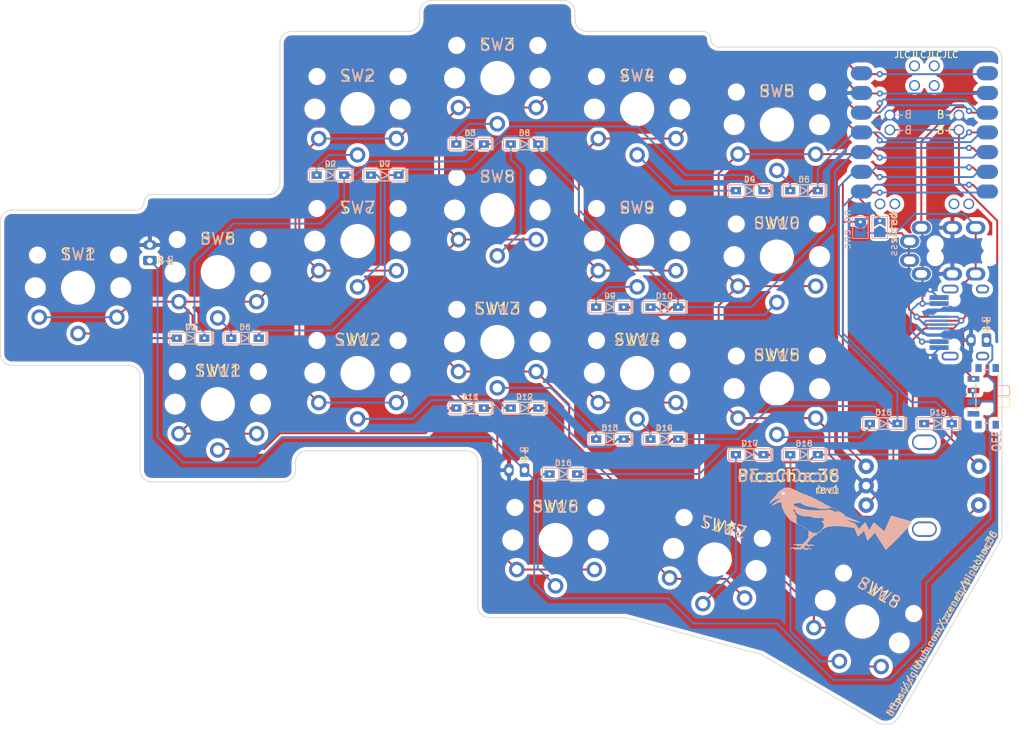
<source format=kicad_pcb>
(kicad_pcb (version 20211014) (generator pcbnew)
  (layers (0 "F.Cu" signal) (31 "B.Cu" signal) (34 "B.Paste" user) (35 "F.Paste" user) (36 "B.SilkS" user "B.Silkscreen") (37 "F.SilkS" user "F.Silkscreen") (38 "B.Mask" user) (39 "F.Mask" user) (44 "Edge.Cuts" user))
  (net 0 "")
  (net 1 "BATT")
  (net 2 "GND")
  (net 4 "RAW")
  (net 5 "row0")
  (net 6 "Net-(D1-Pad2)")
  (net 7 "Net-(D2-Pad2)")
  (net 8 "Net-(D3-Pad2)")
  (net 9 "Net-(D4-Pad2)")
  (net 10 "Net-(D5-Pad2)")
  (net 11 "row1")
  (net 12 "Net-(D6-Pad2)")
  (net 13 "Net-(D7-Pad2)")
  (net 14 "Net-(D8-Pad2)")
  (net 15 "Net-(D9-Pad2)")
  (net 16 "Net-(D10-Pad2)")
  (net 17 "row2")
  (net 18 "Net-(D11-Pad2)")
  (net 19 "Net-(D12-Pad2)")
  (net 20 "Net-(D13-Pad2)")
  (net 21 "Net-(D14-Pad2)")
  (net 22 "Net-(D15-Pad2)")
  (net 23 "row3")
  (net 24 "Net-(D16-Pad2)")
  (net 25 "Net-(D17-Pad2)")
  (net 26 "Net-(D18-Pad2)")
  (net 27 "SW_ENCA")
  (net 28 "VCC")
  (net 29 "DATA")
  (net 30 "ENCB")
  (net 31 "ENCA")
  (net 32 "SW_ENCB")
  (net 33 "col0")
  (net 34 "col1")
  (net 35 "col2")
  (net 36 "col3")
  (net 52 "PIN7")
  (footprint "picachoc:Kailh-PG1350-1u" (layer "F.Cu") (at 142.5 115 -15)
    (fp_text reference "SW17")
    (fp_text value "SW_PUSH" hide)
  )
  (footprint "picachoc:D3_SMD" (layer "F.Cu") (at 129 82.5 180)
    (fp_text reference "D9")
    (fp_text value "D_Small" hide)
  )
  (footprint "picachoc:Kailh-PG1350-1u" (layer "F.Cu") (at 150.5 93)
    (fp_text reference "SW15")
    (fp_text value "SW_PUSH" hide)
  )
  (footprint "picachoc:logo" (layer "F.Cu") (at 157.566157 109.745174)
    (fp_text reference "G***" hide)
    (fp_text value "LOGO" hide)
  )
  (footprint "picachoc:Kailh-PG1350-1u" (layer "F.Cu") (at 150.5 76)
    (fp_text reference "SW10")
    (fp_text value "SW_PUSH" hide)
  )
  (footprint "picachoc:MJ-4PP-9" (layer "F.Cu") (at 179.4 75.25 -90)
    (fp_text reference "J1")
    (fp_text value "MJ-4PP-9" hide)
  )
  (footprint "picachoc:JST_PH_S2B-PH-K_1x02_P2.00mm" (layer "F.Cu") (at 118 103.5 180)
    (fp_text reference "BATTCONN1" hide)
    (fp_text value "Conn_01x02_Female" hide)
  )
  (footprint "picachoc:Kailh-PG1350-1u" (layer "F.Cu") (at 114.5 53)
    (fp_text reference "SW3")
    (fp_text value "SW_PUSH" hide)
  )
  (footprint "picachoc:D3_SMD" (layer "F.Cu") (at 154 67.5 180)
    (fp_text reference "D5")
    (fp_text value "D_Small" hide)
  )
  (footprint "Jumper:SolderJumper-2_P1.3mm_Open_TrianglePad1.0x1.5mm" (layer "F.Cu") (at 163.75 72.25 90)
    (fp_text reference "JP3" hide)
    (fp_text value "SolderJumper_2_Open" hide)
  )
  (footprint "picachoc:Kailh-PG1350-1u" (layer "F.Cu") (at 60.5 80)
    (fp_text reference "SW1")
    (fp_text value "SW_PUSH" hide)
  )
  (footprint "picachoc:HRO-TYPE-C-31-M-12-data" (layer "F.Cu") (at 179.585 84.5 90)
    (fp_text reference "USB1")
    (fp_text value "HRO-TYPE-C-31-M-12" hide)
  )
  (footprint "picachoc:Kailh-PG1350-1u" (layer "F.Cu") (at 96.5 91)
    (fp_text reference "SW12")
    (fp_text value "SW_PUSH" hide)
  )
  (footprint "picachoc:Kailh-PG1350-1u" (layer "F.Cu") (at 96.5 57)
    (fp_text reference "SW2")
    (fp_text value "SW_PUSH" hide)
  )
  (footprint "picachoc:D3_SMD" (layer "F.Cu") (at 147 67.5 180)
    (fp_text reference "D4")
    (fp_text value "D_Small" hide)
  )
  (footprint "picachoc:D3_SMD" (layer "F.Cu") (at 154 101.5 180)
    (fp_text reference "D18")
    (fp_text value "D_Small" hide)
  )
  (footprint "picachoc:D3_SMD" (layer "F.Cu") (at 136 99.5 180)
    (fp_text reference "D14")
    (fp_text value "D_Small" hide)
  )
  (footprint "picachoc:D3_SMD" (layer "F.Cu") (at 164.25 97.5 180)
    (fp_text reference "D15")
    (fp_text value "D_Small" hide)
  )
  (footprint "picachoc:D3_SMD" (layer "F.Cu") (at 147 101.5 180)
    (fp_text reference "D17")
    (fp_text value "D_Small" hide)
  )
  (footprint "picachoc:Kailh-PG1350-1u" (layer "F.Cu") (at 132.5 91)
    (fp_text reference "SW14")
    (fp_text value "SW_PUSH" hide)
  )
  (footprint "Button_Switch_SMD:SW_SPDT_PCM12" (layer "F.Cu") (at 177.25 94 90)
    (fp_text reference "BATTSW1" hide)
    (fp_text value "SW_SPDT")
  )
  (footprint "picachoc:Kailh-PG1350-1u" (layer "F.Cu") (at 150.5 59)
    (fp_text reference "SW5")
    (fp_text value "SW_PUSH" hide)
  )
  (footprint "picachoc:D3_SMD" (layer "F.Cu") (at 123 104 180)
    (fp_text reference "D16")
    (fp_text value "D_Small" hide)
  )
  (footprint "picachoc:RotaryEncoder_EC11" (layer "F.Cu") (at 169.5 105.5)
    (fp_text reference "RE1")
    (fp_text value "RotaryEncoder_Switch")
  )
  (footprint "picachoc:Kailh-PG1350-1u" (layer "F.Cu") (at 114.5 87)
    (fp_text reference "SW13")
    (fp_text value "SW_PUSH" hide)
  )
  (footprint "picachoc:D3_SMD" (layer "F.Cu") (at 111 95.5 180)
    (fp_text reference "D11")
    (fp_text value "D_Small" hide)
  )
  (footprint "picachoc:xiao-ble-smd" (layer "F.Cu") (at 169.5 60)
    (fp_text reference "U2" hide)
    (fp_text value "xiao-ble" hide)
  )
  (footprint "picachoc:D3_SMD" (layer "F.Cu") (at 111 61.5 180)
    (fp_text reference "D3")
    (fp_text value "D_Small" hide)
  )
  (footprint "picachoc:D3_SMD" (layer "F.Cu") (at 171.25 97.5 180)
    (fp_text reference "D19")
    (fp_text value "D_Small" hide)
  )
  (footprint "picachoc:D3_SMD" (layer "F.Cu") (at 118 95.5 180)
    (fp_text reference "D12")
    (fp_text value "D_Small" hide)
  )
  (footprint "picachoc:D3_SMD" (layer "F.Cu") (at 118 61.5 180)
    (fp_text reference "D8")
    (fp_text value "D_Small" hide)
  )
  (footprint "picachoc:JST_PH_S2B-PH-K_1x02_P2.00mm" (layer "F.Cu") (at 69.75 76.5 90)
    (fp_text reference "BATTCONN2" hide)
    (fp_text value "Conn_01x02_Female" hide)
  )
  (footprint "picachoc:D3_SMD" (layer "F.Cu") (at 129 99.5 180)
    (fp_text reference "D13")
    (fp_text value "D_Small" hide)
  )
  (footprint "picachoc:Kailh-PG1350-1u" (layer "F.Cu") (at 114.5 70)
    (fp_text reference "SW8")
    (fp_text value "SW_PUSH" hide)
  )
  (footprint "picachoc:Kailh-PG1350-1u" (layer "F.Cu") (at 161.5 123 -30)
    (fp_text reference "SW18")
    (fp_text value "SW_PUSH" hide)
  )
  (footprint "picachoc:D3_SMD" (layer "F.Cu") (at 82 86.5 180)
    (fp_text reference "D6")
    (fp_text value "D_Small" hide)
  )
  (footprint "picachoc:Kailh-PG1350-1u" (layer "F.Cu") (at 132.5 57)
    (fp_text reference "SW4")
    (fp_text value "SW_PUSH" hide)
  )
  (footprint "picachoc:JST_PH_S2B-PH-K_1x02_P2.00mm" (layer "F.Cu") (at 177.5 86.75 180)
    (fp_text reference "BATTCONN3" hide)
    (fp_text value "Conn_01x02_Female" hide)
  )
  (footprint "picachoc:Kailh-PG1350-1u" (layer "F.Cu") (at 122 112.5)
    (fp_text reference "SW16")
    (fp_text value "SW_PUSH" hide)
  )
  (footprint "picachoc:D3_SMD" (layer "F.Cu") (at 75 86.5 180)
    (fp_text reference "D1")
    (fp_text value "D_Small" hide)
  )
  (footprint "picachoc:Kailh-PG1350-1u" (layer "F.Cu") (at 132.5 74)
    (fp_text reference "SW9")
    (fp_text value "SW_PUSH" hide)
  )
  (footprint "picachoc:Kailh-PG1350-1u" (layer "F.Cu") (at 78.5 95)
    (fp_text reference "SW11")
    (fp_text value "SW_PUSH" hide)
  )
  (footprint "picachoc:Kailh-PG1350-1u" (layer "F.Cu") (at 78.5 78)
    (fp_text reference "SW6")
    (fp_text value "SW_PUSH" hide)
  )
  (footprint "picachoc:D3_SMD" (layer "F.Cu") (at 100 65.5 180)
    (fp_text reference "D7")
    (fp_text value "D_Small" hide)
  )
  (footprint "picachoc:D3_SMD" (layer "F.Cu") (at 93 65.5 180)
    (fp_text reference "D2")
    (fp_text value "D_Small" hide)
  )
  (footprint "picachoc:D3_SMD" (layer "F.Cu") (at 136 82.5 180)
    (fp_text reference "D10")
    (fp_text value "D_Small" hide)
  )
  (footprint "picachoc:Kailh-PG1350-1u" (layer "F.Cu") (at 96.5 74)
    (fp_text reference "SW7")
    (fp_text value "SW_PUSH" hide)
  )
  (footprint "picachoc:HRO-TYPE-C-31-M-12-data" (layer "B.Cu") (at 179.585 84.5 -90)
    (fp_text reference "USB2")
    (fp_text value "HRO-TYPE-C-31-M-12" hide)
  )
  (footprint "Button_Switch_SMD:SW_SPDT_PCM12" (layer "B.Cu") (at 177.25 94 -90)
    (fp_text reference "BATTSW2" hide)
    (fp_text value "SW_SPDT")
  )
  (footprint "Jumper:SolderJumper-2_P1.3mm_Open_TrianglePad1.0x1.5mm" (layer "B.Cu") (at 163.75 72.25 90)
    (fp_text reference "JP2" hide)
    (fp_text value "SolderJumper_2_Open" hide)
  )
  (footprint "picachoc:logo_mirror" (layer "B.Cu") (at 157.566157 109.745174 180)
    (fp_text reference "G***" hide)
    (fp_text value "LOGO" hide)
  )
  (footprint "picachoc:xiao-ble-smd" (layer "B.Cu") (at 169.5 60 180)
    (fp_text reference "U1" hide)
    (fp_text value "xiao-ble" hide)
  )
  (footprint "Jumper:SolderJumper-2_P1.3mm_Open_TrianglePad1.0x1.5mm" (layer "B.Cu") (at 161.25 72.25 -90)
    (fp_text reference "JP1" hide)
    (fp_text value "SolderJumper_2_Open" hide)
  )
  (gr_line (start 86.5 48.5) (end 86.5 66.5) (layer "Edge.Cuts") (width 0.1))
  (gr_line (start 85 68) (end 70 68) (layer "Edge.Cuts") (width 0.1))
  (gr_arc (start 110.5 101) (mid 111.56066 101.43934) (end 112 102.5) (layer "Edge.Cuts") (width 0.1))
  (gr_arc (start 141 47) (mid 141.707107 47.292893) (end 142 48) (layer "Edge.Cuts") (width 0.1))
  (gr_arc (start 143 49) (mid 142.292893 48.707107) (end 142 48) (layer "Edge.Cuts") (width 0.1))
  (gr_arc (start 123 43) (mid 124.06066 43.43934) (end 124.5 44.5) (layer "Edge.Cuts") (width 0.1))
  (gr_line (start 124.5 44.5) (end 124.5 45.5) (layer "Edge.Cuts") (width 0.1))
  (gr_arc (start 70 105) (mid 68.93934 104.56066) (end 68.5 103.5) (layer "Edge.Cuts") (width 0.1))
  (gr_line (start 50.5 71.5) (end 50.5 88.5) (layer "Edge.Cuts") (width 0.1))
  (gr_line (start 52 90) (end 67 90) (layer "Edge.Cuts") (width 0.1))
  (gr_arc (start 178 49) (mid 179.06066 49.43934) (end 179.5 50.5) (layer "Edge.Cuts") (width 0.1))
  (gr_arc (start 50.5 71.5) (mid 50.93934 70.43934) (end 52 70) (layer "Edge.Cuts") (width 0.1))
  (gr_arc (start 126 47) (mid 124.93934 46.56066) (end 124.5 45.5) (layer "Edge.Cuts") (width 0.1))
  (gr_line (start 86 105) (end 87 105) (layer "Edge.Cuts") (width 0.1))
  (gr_arc (start 86.5 66.5) (mid 86.06066 67.56066) (end 85 68) (layer "Edge.Cuts") (width 0.1))
  (gr_line (start 106 43) (end 123 43) (layer "Edge.Cuts") (width 0.1))
  (gr_arc (start 113.5 122.5) (mid 112.43934 122.06066) (end 112 121) (layer "Edge.Cuts") (width 0.1))
  (gr_arc (start 69 69) (mid 68.707107 69.707107) (end 68 70) (layer "Edge.Cuts") (width 0.1))
  (gr_line (start 88.5 102.5) (end 88.5 103.5) (layer "Edge.Cuts") (width 0.1))
  (gr_arc (start 104.5 44.5) (mid 104.93934 43.43934) (end 106 43) (layer "Edge.Cuts") (width 0.1))
  (gr_line (start 143 49) (end 178 49) (layer "Edge.Cuts") (width 0.1))
  (gr_arc (start 67 90) (mid 68.06066 90.43934) (end 68.5 91.5) (layer "Edge.Cuts") (width 0.1))
  (gr_line (start 131 122.5) (end 148.5 127.25) (layer "Edge.Cuts") (width 0.1))
  (gr_arc (start 69 69) (mid 69.292893 68.292893) (end 70 68) (layer "Edge.Cuts") (width 0.1))
  (gr_line (start 104.5 44.5) (end 104.5 45.5) (layer "Edge.Cuts") (width 0.1))
  (gr_line (start 179.5 50.5) (end 179.5 112.25) (layer "Edge.Cuts") (width 0.1))
  (gr_arc (start 88.5 102.5) (mid 88.93934 101.43934) (end 90 101) (layer "Edge.Cuts") (width 0.1))
  (gr_line (start 113.5 122.5) (end 131 122.5) (layer "Edge.Cuts") (width 0.1))
  (gr_arc (start 52 90) (mid 50.93934 89.56066) (end 50.5 88.5) (layer "Edge.Cuts") (width 0.1))
  (gr_arc (start 86.5 48.5) (mid 86.93934 47.43934) (end 88 47) (layer "Edge.Cuts") (width 0.1))
  (gr_line (start 112 121) (end 112 102.5) (layer "Edge.Cuts") (width 0.1))
  (gr_line (start 70 105) (end 86 105) (layer "Edge.Cuts") (width 0.1))
  (gr_line (start 52 70) (end 68 70) (layer "Edge.Cuts") (width 0.1))
  (gr_arc (start 104.5 45.5) (mid 104.06066 46.56066) (end 103 47) (layer "Edge.Cuts") (width 0.1))
  (gr_line (start 148.5 127.25) (end 163.5 136) (layer "Edge.Cuts") (width 0.1))
  (gr_line (start 103 47) (end 88 47) (layer "Edge.Cuts") (width 0.1))
  (gr_arc (start 88.5 103.5) (mid 88.06066 104.56066) (end 87 105) (layer "Edge.Cuts") (width 0.1))
  (gr_arc (start 166.25 135.25) (mid 165.03033 136.194544) (end 163.5 136) (layer "Edge.Cuts") (width 0.1))
  (gr_line (start 126 47) (end 141 47) (layer "Edge.Cuts") (width 0.1))
  (gr_line (start 90 101) (end 110.5 101) (layer "Edge.Cuts") (width 0.1))
  (gr_line (start 68.5 91.5) (end 68.5 103.5) (layer "Edge.Cuts") (width 0.1))
  (gr_line (start 166.25 135.25) (end 179.5 112.25) (layer "Edge.Cuts") (width 0.1))
  (gr_text "OFF" (at 178.75 99.75 -90) (layer "B.SilkS") (effects (font (size 1 1)) (justify mirror)))
  (gr_text "https://github.com/zzeneg/picachoc36" (at 171.75 123.25 60) (layer "B.SilkS") (effects (font (size 0.9 0.9)) (justify mirror)))
  (gr_text "no enc" (at 159.5 72.5 90) (layer "B.SilkS") (effects (font (size 1 1)) (justify mirror)))
  (gr_text "PicaChoc36" (at 152 104.222674) (layer "B.SilkS") (effects (font (size 1.5 1.5) (thickness 0.25)) (justify mirror)))
  (gr_text "wireless" (at 165.5 73 90) (layer "B.SilkS") (effects (font (size 1 1)) (justify mirror)))
  (gr_text "rev1" (at 157 106) (layer "B.SilkS") (effects (font (size 1 1)) (justify mirror)))
  (gr_text "rev1" (at 157 106) (layer "F.SilkS") (effects (font (size 1 1))))
  (gr_text "https://github.com/zzeneg/picachoc36" (at 171.75 123.25 60) (layer "F.SilkS") (effects (font (size 0.9 0.9))))
  (gr_text "JLCJLCJLCJLC" (at 169.75 50) (layer "F.SilkS") (effects (font (size 0.8 0.8))))
  (gr_text "OFF" (at 178.75 99.75 90) (layer "F.SilkS") (effects (font (size 1 1))))
  (gr_text "wired" (at 165.5 72.25 90) (layer "F.SilkS") (effects (font (size 1 1))))
  (gr_text "PicaChoc36" (at 152 104.245174) (layer "F.SilkS") (effects (font (size 1.5 1.5) (thickness 0.25))))
  (segment (start 175.82 93.25) (end 175.75 93.25) (width 0.25) (layer "F.Cu") (net 1))
  (via (at 175.75 93.25) (size 0.8) (drill 0.4) (layers "F.Cu" "B.Cu") (net 1))
  (segment (start 178.25 87.5) (end 177.5 86.75) (width 0.25) (layer "B.Cu") (net 1))
  (segment (start 177.5 98.2375) (end 177.5 97) (width 0.25) (layer "B.Cu") (net 1))
  (segment (start 157.75 130.5) (end 165 130.5) (width 0.25) (layer "B.Cu") (net 1))
  (segment (start 118 103.5) (end 119.25 104.75) (width 0.25) (layer "B.Cu") (net 1))
  (segment (start 178.424999 94.674999) (end 175.895001 94.674999) (width 0.25) (layer "B.Cu") (net 1))
  (segment (start 178 109.75) (end 178 98.7375) (width 0.25) (layer "B.Cu") (net 1))
  (segment (start 86.75 99.25) (end 113.75 99.25) (width 0.25) (layer "B.Cu") (net 1))
  (segment (start 139.75 123.25) (end 150.5 123.25) (width 0.25) (layer "B.Cu") (net 1))
  (segment (start 169.75 125.75) (end 169.75 118) (width 0.25) (layer "B.Cu") (net 1))
  (segment (start 113.75 99.25) (end 118 103.5) (width 0.25) (layer "B.Cu") (net 1))
  (segment (start 119.25 104.75) (end 119.25 118) (width 0.25) (layer "B.Cu") (net 1))
  (segment (start 177.75 91.5) (end 177.75 89.73) (width 0.25) (layer "B.Cu") (net 1))
  (segment (start 74 102.5) (end 83.5 102.5) (width 0.25) (layer "B.Cu") (net 1))
  (segment (start 70.75 77.5) (end 70.75 99.25) (width 0.25) (layer "B.Cu") (net 1))
  (segment (start 178.25 89.23) (end 178.25 87.5) (width 0.25) (layer "B.Cu") (net 1))
  (segment (start 177.5 97) (end 178.5 96) (width 0.25) (layer "B.Cu") (net 1))
  (segment (start 178 98.7375) (end 177.5 98.2375) (width 0.25) (layer "B.Cu") (net 1))
  (segment (start 136.5 120) (end 139.75 123.25) (width 0.25) (layer "B.Cu") (net 1))
  (segment (start 178.5 94.75) (end 178.424999 94.674999) (width 0.25) (layer "B.Cu") (net 1))
  (segment (start 150.5 123.25) (end 157.75 130.5) (width 0.25) (layer "B.Cu") (net 1))
  (segment (start 165 130.5) (end 169.75 125.75) (width 0.25) (layer "B.Cu") (net 1))
  (segment (start 175.75 94.68) (end 175.82 94.75) (width 0.25) (layer "B.Cu") (net 1))
  (segment (start 178.5 96) (end 178.5 92.25) (width 0.25) (layer "B.Cu") (net 1))
  (segment (start 175.75 93.25) (end 175.75 94.68) (width 0.25) (layer "B.Cu") (net 1))
  (segment (start 70.75 99.25) (end 74 102.5) (width 0.25) (layer "B.Cu") (net 1))
  (segment (start 175.895001 94.674999) (end 175.82 94.75) (width 0.25) (layer "B.Cu") (net 1))
  (segment (start 169.75 118) (end 178 109.75) (width 0.25) (layer "B.Cu") (net 1))
  (segment (start 177.75 89.73) (end 178.25 89.23) (width 0.25) (layer "B.Cu") (net 1))
  (segment (start 119.25 118) (end 121.25 120) (width 0.25) (layer "B.Cu") (net 1))
  (segment (start 121.25 120) (end 136.5 120) (width 0.25) (layer "B.Cu") (net 1))
  (segment (start 69.75 76.5) (end 70.75 77.5) (width 0.25) (layer "B.Cu") (net 1))
  (segment (start 83.5 102.5) (end 86.75 99.25) (width 0.25) (layer "B.Cu") (net 1))
  (segment (start 178.5 92.25) (end 177.75 91.5) (width 0.25) (layer "B.Cu") (net 1))
  (segment (start 171.39 87.86) (end 170.25 89) (width 0.25) (layer "F.Cu") (net 2))
  (segment (start 171.39 81.275) (end 171.275 81.275) (width 0.25) (layer "F.Cu") (net 2))
  (segment (start 171.39 87.725) (end 171.39 87.86) (width 0.25) (layer "F.Cu") (net 2))
  (segment (start 171.275 81.275) (end 170.25 80.25) (width 0.25) (layer "F.Cu") (net 2))
  (via (at 151.316157 106.5) (size 0.8) (drill 0.4) (layers "F.Cu" "B.Cu") (net 2))
  (via (at 170.25 89) (size 0.8) (drill 0.4) (layers "F.Cu" "B.Cu") (net 2))
  (via (at 170.25 80.25) (size 0.8) (drill 0.4) (layers "F.Cu" "B.Cu") (net 2))
  (segment (start 171.39 81.275) (end 171.275 81.275) (width 0.25) (layer "B.Cu") (net 2))
  (segment (start 171.39 87.86) (end 170.25 89) (width 0.25) (layer "B.Cu") (net 2))
  (segment (start 171.275 81.275) (end 170.25 80.25) (width 0.25) (layer "B.Cu") (net 2))
  (segment (start 171.39 87.725) (end 171.39 87.86) (width 0.25) (layer "B.Cu") (net 2))
  (segment (start 178.875001 81.124999) (end 178.875001 71.375001) (width 0.25) (layer "F.Cu") (net 4))
  (segment (start 174.5 85.5) (end 178.875001 81.124999) (width 0.25) (layer "F.Cu") (net 4))
  (segment (start 174.949695 67.475) (end 173.945 66.470305) (width 0.25) (layer "F.Cu") (net 4))
  (segment (start 174.975 67.475) (end 174.949695 67.475) (width 0.25) (layer "F.Cu") (net 4))
  (segment (start 173.945 66.470305) (end 173.945 59.683) (width 0.25) (layer "F.Cu") (net 4))
  (segment (start 175.82 91.75) (end 174.5 90.43) (width 0.25) (layer "F.Cu") (net 4))
  (segment (start 174.5 90.43) (end 174.5 85.5) (width 0.25) (layer "F.Cu") (net 4))
  (segment (start 178.875001 71.375001) (end 174.975 67.475) (width 0.25) (layer "F.Cu") (net 4))
  (via (at 175.82 91.75) (size 0.8) (drill 0.4) (layers "F.Cu" "B.Cu") (net 4))
  (segment (start 165.055 59.683) (end 173.945 59.683) (width 0.25) (layer "B.Cu") (net 4))
  (segment (start 175.25 60) (end 178.06996 60) (width 0.25) (layer "F.Cu") (net 5))
  (segment (start 155 67.5) (end 155.775 67.5) (width 0.25) (layer "F.Cu") (net 5))
  (segment (start 154 68.5) (end 155 67.5) (width 0.25) (layer "F.Cu") (net 5))
  (segment (start 148.775 67.5) (end 149.5 67.5) (width 0.25) (layer "F.Cu") (net 5))
  (segment (start 150.5 68.5) (end 154 68.5) (width 0.25) (layer "F.Cu") (net 5))
  (segment (start 149.5 67.5) (end 150.5 68.5) (width 0.25) (layer "F.Cu") (net 5))
  (via (at 94.775 65.5) (size 0.8) (drill 0.4) (layers "F.Cu" "B.Cu") (net 5))
  (via (at 155.775 67.5) (size 0.8) (drill 0.4) (layers "F.Cu" "B.Cu") (net 5))
  (via (at 148.775 67.5) (size 0.8) (drill 0.4) (layers "F.Cu" "B.Cu") (net 5))
  (via (at 76.775 86.5) (size 0.8) (drill 0.4) (layers "F.Cu" "B.Cu") (net 5))
  (via (at 175.25 60) (size 0.8) (drill 0.4) (layers "F.Cu" "B.Cu") (net 5))
  (via (at 112.775 61.5) (size 0.8) (drill 0.4) (layers "F.Cu" "B.Cu") (net 5))
  (segment (start 146.775 65.5) (end 148.775 67.5) (width 0.25) (layer "B.Cu") (net 5))
  (segment (start 94.775 65.5) (end 96.25 65.5) (width 0.25) (layer "B.Cu") (net 5))
  (segment (start 132.5 59.25) (end 138.75 65.5) (width 0.25) (layer "B.Cu") (net 5))
  (segment (start 98 63.75) (end 110.525 63.75) (width 0.25) (layer "B.Cu") (net 5))
  (segment (start 75.5 76.75) (end 75.5 84.5) (width 0.25) (layer "B.Cu") (net 5))
  (segment (start 112.775 61.5) (end 113.863604 61.5) (width 0.25) (layer "B.Cu") (net 5))
  (segment (start 110.525 63.75) (end 112.775 61.5) (width 0.25) (layer "B.Cu") (net 5))
  (segment (start 155.775 64.69002) (end 160.46502 60) (width 0.25) (layer "B.Cu") (net 5))
  (segment (start 138.75 65.5) (end 146.775 65.5) (width 0.25) (layer "B.Cu") (net 5))
  (segment (start 96.25 65.5) (end 98 63.75) (width 0.25) (layer "B.Cu") (net 5))
  (segment (start 155.775 67.5) (end 155.775 64.69002) (width 0.25) (layer "B.Cu") (net 5))
  (segment (start 174.5 60.75) (end 164.5 60.75) (width 0.25) (layer "B.Cu") (net 5))
  (segment (start 76.775 85.775) (end 76.775 86.5) (width 0.25) (layer "B.Cu") (net 5))
  (segment (start 113.863604 61.5) (end 116.113604 59.25) (width 0.25) (layer "B.Cu") (net 5))
  (segment (start 116.113604 59.25) (end 132.5 59.25) (width 0.25) (layer "B.Cu") (net 5))
  (segment (start 175.25 60) (end 174.5 60.75) (width 0.25) (layer "B.Cu") (net 5))
  (segment (start 160.46502 60) (end 160.93004 60) (width 0.25) (layer "B.Cu") (net 5))
  (segment (start 94.775 65.5) (end 94.775 68.725) (width 0.25) (layer "B.Cu") (net 5))
  (segment (start 80.5 71.75) (end 75.5 76.75) (width 0.25) (layer "B.Cu") (net 5))
  (segment (start 164.5 60.75) (end 163.75 60) (width 0.25) (layer "B.Cu") (net 5))
  (segment (start 91.75 71.75) (end 80.5 71.75) (width 0.25) (layer "B.Cu") (net 5))
  (segment (start 163.75 60) (end 160.93004 60) (width 0.25) (layer "B.Cu") (net 5))
  (segment (start 75.5 84.5) (end 76.775 85.775) (width 0.25) (layer "B.Cu") (net 5))
  (segment (start 94.775 68.725) (end 91.75 71.75) (width 0.25) (layer "B.Cu") (net 5))
  (segment (start 73.225 86.5) (end 63.75 86.5) (width 0.25) (layer "F.Cu") (net 6))
  (segment (start 63.75 86.5) (end 63.15 85.9) (width 0.25) (layer "F.Cu") (net 6))
  (segment (start 63.15 85.9) (end 60.5 85.9) (width 0.25) (layer "F.Cu") (net 6))
  (via (at 73.225 86.5) (size 0.8) (drill 0.4) (layers "F.Cu" "B.Cu") (net 6))
  (via (at 91.225 65.5) (size 0.8) (drill 0.4) (layers "F.Cu" "B.Cu") (net 7))
  (segment (start 91.225 65.5) (end 91.225 64.525) (width 0.25) (layer "B.Cu") (net 7))
  (segment (start 91.225 64.525) (end 92.85 62.9) (width 0.25) (layer "B.Cu") (net 7))
  (segment (start 92.85 62.9) (end 96.5 62.9) (width 0.25) (layer "B.Cu") (net 7))
  (via (at 109.225 61.5) (size 0.8) (drill 0.4) (layers "F.Cu" "B.Cu") (net 8))
  (segment (start 109.225 61.5) (end 109.225 60.5125) (width 0.25) (layer "B.Cu") (net 8))
  (segment (start 110.8375 58.9) (end 114.5 58.9) (width 0.25) (layer "B.Cu") (net 8))
  (segment (start 109.225 60.5125) (end 110.8375 58.9) (width 0.25) (layer "B.Cu") (net 8))
  (via (at 145.225 67.5) (size 0.8) (drill 0.4) (layers "F.Cu" "B.Cu") (net 9))
  (segment (start 137.1 67.5) (end 145.225 67.5) (width 0.25) (layer "B.Cu") (net 9))
  (segment (start 132.5 62.9) (end 137.1 67.5) (width 0.25) (layer "B.Cu") (net 9))
  (via (at 152.225 67.5) (size 0.8) (drill 0.4) (layers "F.Cu" "B.Cu") (net 10))
  (segment (start 150.5 64.9) (end 152.225 66.625) (width 0.25) (layer "B.Cu") (net 10))
  (segment (start 152.225 66.625) (end 152.225 67.5) (width 0.25) (layer "B.Cu") (net 10))
  (segment (start 175.25 62) (end 175.75 62) (width 0.25) (layer "F.Cu") (net 11))
  (segment (start 137 82.5) (end 137.775 82.5) (width 0.25) (layer "F.Cu") (net 11))
  (segment (start 176.29 62.54) (end 178.06996 62.54) (width 0.25) (layer "F.Cu") (net 11))
  (segment (start 132.5 83.5) (end 136 83.5) (width 0.25) (layer "F.Cu") (net 11))
  (segment (start 175.75 62) (end 176.29 62.54) (width 0.25) (layer "F.Cu") (net 11))
  (segment (start 130.775 82.5) (end 131.5 82.5) (width 0.25) (layer "F.Cu") (net 11))
  (segment (start 131.5 82.5) (end 132.5 83.5) (width 0.25) (layer "F.Cu") (net 11))
  (segment (start 136 83.5) (end 137 82.5) (width 0.25) (layer "F.Cu") (net 11))
  (via (at 101.775 65.5) (size 0.8) (drill 0.4) (layers "F.Cu" "B.Cu") (net 11))
  (via (at 137.775 82.5) (size 0.8) (drill 0.4) (layers "F.Cu" "B.Cu") (net 11))
  (via (at 175.25 62) (size 0.8) (drill 0.4) (layers "F.Cu" "B.Cu") (net 11))
  (via (at 130.775 82.5) (size 0.8) (drill 0.4) (layers "F.Cu" "B.Cu") (net 11))
  (via (at 83.775 86.5) (size 0.8) (drill 0.4) (layers "F.Cu" "B.Cu") (net 11))
  (via (at 119.775 61.5) (size 0.8) (drill 0.4) (layers "F.Cu" "B.Cu") (net 11))
  (segment (start 84.25 85.5) (end 83.775 85.975) (width 0.25) (layer "B.Cu") (net 11))
  (segment (start 160.46 62.54) (end 160.93004 62.54) (width 0.25) (layer "B.Cu") (net 11))
  (segment (start 101.775 65.5) (end 102.525 64.75) (width 0.25) (layer "B.Cu") (net 11))
  (segment (start 100.5 65.5) (end 100 66) (width 0.25) (layer "B.Cu") (net 11))
  (segment (start 100 78.75) (end 93.25 85.5) (width 0.25) (layer "B.Cu") (net 11))
  (segment (start 137.775 81.525) (end 134 77.75) (width 0.25) (layer "B.Cu") (net 11))
  (segment (start 118.775 60.5) (end 119.775 61.5) (width 0.25) (layer "B.Cu") (net 11))
  (segment (start 102.525 64.75) (end 111.25 64.75) (width 0.25) (layer "B.Cu") (net 11))
  (segment (start 132.75 77.75) (end 125 70) (width 0.25) (layer "B.Cu") (net 11))
  (segment (start 125 67.5) (end 119.775 62.275) (width 0.25) (layer "B.Cu") (net 11))
  (segment (start 93.25 85.5) (end 84.25 85.5) (width 0.25) (layer "B.Cu") (net 11))
  (segment (start 100 66) (end 100 78.75) (width 0.25) (layer "B.Cu") (net 11))
  (segment (start 158 71.75) (end 158 65) (width 0.25) (layer "B.Cu") (net 11))
  (segment (start 125 70) (end 125 67.5) (width 0.25) (layer "B.Cu") (net 11))
  (segment (start 115.5 60.5) (end 118.775 60.5) (width 0.25) (layer "B.Cu") (net 11))
  (segment (start 158 65) (end 160.46 62.54) (width 0.25) (layer "B.Cu") (net 11))
  (segment (start 137.775 82.5) (end 147.25 82.5) (width 0.25) (layer "B.Cu") (net 11))
  (segment (start 162.71 62.54) (end 160.93004 62.54) (width 0.25) (layer "B.Cu") (net 11))
  (segment (start 101.775 65.5) (end 100.5 65.5) (width 0.25) (layer "B.Cu") (net 11))
  (segment (start 175.25 62) (end 163.25 62) (width 0.25) (layer "B.Cu") (net 11))
  (segment (start 147.25 82.5) (end 158 71.75) (width 0.25) (layer "B.Cu") (net 11))
  (segment (start 163.25 62) (end 162.71 62.54) (width 0.25) (layer "B.Cu") (net 11))
  (segment (start 111.25 64.75) (end 115.5 60.5) (width 0.25) (layer "B.Cu") (net 11))
  (segment (start 137.775 82.5) (end 137.775 81.525) (width 0.25) (layer "B.Cu") (net 11))
  (segment (start 119.775 62.275) (end 119.775 61.5) (width 0.25) (layer "B.Cu") (net 11))
  (segment (start 83.775 85.975) (end 83.775 86.5) (width 0.25) (layer "B.Cu") (net 11))
  (segment (start 134 77.75) (end 132.75 77.75) (width 0.25) (layer "B.Cu") (net 11))
  (via (at 80.225 86.5) (size 0.8) (drill 0.4) (layers "F.Cu" "B.Cu") (net 12))
  (segment (start 78.5 83.9) (end 80.225 85.625) (width 0.25) (layer "B.Cu") (net 12))
  (segment (start 80.225 85.625) (end 80.225 86.5) (width 0.25) (layer "B.Cu") (net 12))
  (via (at 98.225 65.5) (size 0.8) (drill 0.4) (layers "F.Cu" "B.Cu") (net 13))
  (segment (start 99.5 66) (end 99.5 76.9) (width 0.25) (layer "B.Cu") (net 13))
  (segment (start 99 65.5) (end 99.5 66) (width 0.25) (layer "B.Cu") (net 13))
  (segment (start 98.225 65.5) (end 99 65.5) (width 0.25) (layer "B.Cu") (net 13))
  (segment (start 99.5 76.9) (end 96.5 79.9) (width 0.25) (layer "B.Cu") (net 13))
  (via (at 116.225 61.5) (size 0.8) (drill 0.4) (layers "F.Cu" "B.Cu") (net 14))
  (segment (start 116.225 61.5) (end 116.225 63.475) (width 0.25) (layer "B.Cu") (net 14))
  (segment (start 117.5 72.9) (end 114.5 75.9) (width 0.25) (layer "B.Cu") (net 14))
  (segment (start 116.225 63.475) (end 117.5 64.75) (width 0.25) (layer "B.Cu") (net 14))
  (segment (start 117.5 64.75) (end 117.5 72.9) (width 0.25) (layer "B.Cu") (net 14))
  (via (at 127.225 82.5) (size 0.8) (drill 0.4) (layers "F.Cu" "B.Cu") (net 15))
  (segment (start 127.225 82.5) (end 127.225 81.525) (width 0.25) (layer "B.Cu") (net 15))
  (segment (start 127.225 81.525) (end 128.85 79.9) (width 0.25) (layer "B.Cu") (net 15))
  (segment (start 128.85 79.9) (end 132.5 79.9) (width 0.25) (layer "B.Cu") (net 15))
  (via (at 134.225 82.5) (size 0.8) (drill 0.4) (layers "F.Cu" "B.Cu") (net 16))
  (segment (start 134.225 82.5) (end 135 82.5) (width 0.25) (layer "B.Cu") (net 16))
  (segment (start 136 83.5) (end 148.9 83.5) (width 0.25) (layer "B.Cu") (net 16))
  (segment (start 135 82.5) (end 136 83.5) (width 0.25) (layer "B.Cu") (net 16))
  (segment (start 148.9 83.5) (end 150.5 81.9) (width 0.25) (layer "B.Cu") (net 16))
  (segment (start 130.775 99.5) (end 131.5 99.5) (width 0.25) (layer "F.Cu") (net 17))
  (segment (start 131.5 99.5) (end 132.5 100.5) (width 0.25) (layer "F.Cu") (net 17))
  (segment (start 175.75 64.5) (end 176.33 65.08) (width 0.25) (layer "F.Cu") (net 17))
  (segment (start 114.75 96.5) (end 113.75 95.5) (width 0.25) (layer "F.Cu") (net 17))
  (segment (start 118 96.5) (end 114.75 96.5) (width 0.25) (layer "F.Cu") (net 17))
  (segment (start 176.33 65.08) (end 178.06996 65.08) (width 0.25) (layer "F.Cu") (net 17))
  (segment (start 137 99.5) (end 137.775 99.5) (width 0.25) (layer "F.Cu") (net 17))
  (segment (start 175.25 64.5) (end 175.75 64.5) (width 0.25) (layer "F.Cu") (net 17))
  (segment (start 113.75 95.5) (end 112.775 95.5) (width 0.25) (layer "F.Cu") (net 17))
  (segment (start 119.775 95.5) (end 119 95.5) (width 0.25) (layer "F.Cu") (net 17))
  (segment (start 119 95.5) (end 118 96.5) (width 0.25) (layer "F.Cu") (net 17))
  (segment (start 132.5 100.5) (end 136 100.5) (width 0.25) (layer "F.Cu") (net 17))
  (segment (start 136 100.5) (end 137 99.5) (width 0.25) (layer "F.Cu") (net 17))
  (via (at 112.775 95.5) (size 0.8) (drill 0.4) (layers "F.Cu" "B.Cu") (net 17))
  (via (at 166.025 97.5) (size 0.8) (drill 0.4) (layers "F.Cu" "B.Cu") (net 17))
  (via (at 137.775 99.5) (size 0.8) (drill 0.4) (layers "F.Cu" "B.Cu") (net 17))
  (via (at 175.25 64.5) (size 0.8) (drill 0.4) (layers "F.Cu" "B.Cu") (net 17))
  (via (at 119.775 95.5) (size 0.8) (drill 0.4) (layers "F.Cu" "B.Cu") (net 17))
  (via (at 130.775 99.5) (size 0.8) (drill 0.4) (layers "F.Cu" "B.Cu") (net 17))
  (segment (start 158.5 86) (end 158.5 67) (width 0.25) (layer "B.Cu") (net 17))
  (segment (start 158.5 67) (end 160.42 65.08) (width 0.25) (layer "B.Cu") (net 17))
  (segment (start 129 100.5) (end 130 99.5) (width 0.25) (layer "B.Cu") (net 17))
  (segment (start 163.25 64.5) (end 162.67 65.08) (width 0.25) (layer "B.Cu") (net 17))
  (segment (start 163 95.25) (end 149.75 95.25) (width 0.25) (layer "B.Cu") (net 17))
  (segment (start 149.75 95.25) (end 145.5 99.5) (width 0.25) (layer "B.Cu") (net 17))
  (segment (start 165.25 97.5) (end 163 95.25) (width 0.25) (layer "B.Cu") (net 17))
  (segment (start 125.75 100.5) (end 129 100.5) (width 0.25) (layer "B.Cu") (net 17))
  (segment (start 162.67 65.08) (end 160.93004 65.08) (width 0.25) (layer "B.Cu") (net 17))
  (segment (start 166.025 93.525) (end 158.5 86) (width 0.25) (layer "B.Cu") (net 17))
  (segment (start 120.75 95.5) (end 125.75 100.5) (width 0.25) (layer "B.Cu") (net 17))
  (segment (start 160.42 65.08) (end 160.93004 65.08) (width 0.25) (layer "B.Cu") (net 17))
  (segment (start 166.025 97.5) (end 165.25 97.5) (width 0.25) (layer "B.Cu") (net 17))
  (segment (start 119.775 95.5) (end 120.75 95.5) (width 0.25) (layer "B.Cu") (net 17))
  (segment (start 145.5 99.5) (end 137.775 99.5) (width 0.25) (layer "B.Cu") (net 17))
  (segment (start 166.025 97.5) (end 166.025 93.525) (width 0.25) (layer "B.Cu") (net 17))
  (segment (start 130 99.5) (end 130.775 99.5) (width 0.25) (layer "B.Cu") (net 17))
  (segment (start 175.25 64.5) (end 163.25 64.5) (width 0.25) (layer "B.Cu") (net 17))
  (segment (start 84.5 100.75) (end 86.5 98.75) (width 0.25) (layer "F.Cu") (net 18))
  (segment (start 108.5 95.5) (end 109.225 95.5) (width 0.25) (layer "F.Cu") (net 18))
  (segment (start 78.5 100.9) (end 78.65 100.75) (width 0.25) (layer "F.Cu") (net 18))
  (segment (start 86.5 98.75) (end 105.25 98.75) (width 0.25) (layer "F.Cu") (net 18))
  (segment (start 105.25 98.75) (end 108.5 95.5) (width 0.25) (layer "F.Cu") (net 18))
  (segment (start 78.65 100.75) (end 84.5 100.75) (width 0.25) (layer "F.Cu") (net 18))
  (via (at 109.225 95.5) (size 0.8) (drill 0.4) (layers "F.Cu" "B.Cu") (net 18))
  (via (at 116.225 95.5) (size 0.8) (drill 0.4) (layers "F.Cu" "B.Cu") (net 19))
  (segment (start 106 94.5) (end 103.6 96.9) (width 0.25) (layer "B.Cu") (net 19))
  (segment (start 116.225 95.5) (end 115.5 95.5) (width 0.25) (layer "B.Cu") (net 19))
  (segment (start 103.6 96.9) (end 96.5 96.9) (width 0.25) (layer "B.Cu") (net 19))
  (segment (start 115.5 95.5) (end 114.5 94.5) (width 0.25) (layer "B.Cu") (net 19))
  (segment (start 114.5 94.5) (end 106 94.5) (width 0.25) (layer "B.Cu") (net 19))
  (via (at 127.225 99.5) (size 0.8) (drill 0.4) (layers "F.Cu" "B.Cu") (net 20))
  (segment (start 121.4 92.9) (end 127.225 98.725) (width 0.25) (layer "B.Cu") (net 20))
  (segment (start 127.225 98.725) (end 127.225 99.5) (width 0.25) (layer "B.Cu") (net 20))
  (segment (start 114.5 92.9) (end 121.4 92.9) (width 0.25) (layer "B.Cu") (net 20))
  (via (at 134.225 99.5) (size 0.8) (drill 0.4) (layers "F.Cu" "B.Cu") (net 21))
  (segment (start 134.225 99.5) (end 134.225 98.625) (width 0.25) (layer "B.Cu") (net 21))
  (segment (start 134.225 98.625) (end 132.5 96.9) (width 0.25) (layer "B.Cu") (net 21))
  (via (at 162.475 97.5) (size 0.8) (drill 0.4) (layers "F.Cu" "B.Cu") (net 22))
  (segment (start 161.25 99.25) (end 150.85 99.25) (width 0.25) (layer "B.Cu") (net 22))
  (segment (start 150.85 99.25) (end 150.5 98.9) (width 0.25) (layer "B.Cu") (net 22))
  (segment (start 162.475 97.5) (end 162.475 98.025) (width 0.25) (layer "B.Cu") (net 22))
  (segment (start 162.475 98.025) (end 161.25 99.25) (width 0.25) (layer "B.Cu") (net 22))
  (segment (start 176.62 67.62) (end 178.06996 67.62) (width 0.25) (layer "F.Cu") (net 23))
  (segment (start 155.5 101.5) (end 154.5 102.5) (width 0.25) (layer "F.Cu") (net 23))
  (segment (start 175.75 66.75) (end 176.62 67.62) (width 0.25) (layer "F.Cu") (net 23))
  (segment (start 150.5 102.5) (end 149.5 101.5) (width 0.25) (layer "F.Cu") (net 23))
  (segment (start 155.775 101.5) (end 155.5 101.5) (width 0.25) (layer "F.Cu") (net 23))
  (segment (start 154.5 102.5) (end 150.5 102.5) (width 0.25) (layer "F.Cu") (net 23))
  (segment (start 175.25 66.75) (end 175.75 66.75) (width 0.25) (layer "F.Cu") (net 23))
  (segment (start 149.5 101.5) (end 148.775 101.5) (width 0.25) (layer "F.Cu") (net 23))
  (via (at 173.025 97.5) (size 0.8) (drill 0.4) (layers "F.Cu" "B.Cu") (net 23))
  (via (at 148.775 101.5) (size 0.8) (drill 0.4) (layers "F.Cu" "B.Cu") (net 23))
  (via (at 175.25 66.75) (size 0.8) (drill 0.4) (layers "F.Cu" "B.Cu") (net 23))
  (via (at 155.775 101.5) (size 0.8) (drill 0.4) (layers "F.Cu" "B.Cu") (net 23))
  (via (at 124.775 104) (size 0.8) (drill 0.4) (layers "F.Cu" "B.Cu") (net 23))
  (segment (start 162.38 67.62) (end 160.93004 67.62) (width 0.25) (layer "B.Cu") (net 23))
  (segment (start 173.025 97.5) (end 173.025 99.225) (width 0.25) (layer "B.Cu") (net 23))
  (segment (start 159 85.863604) (end 159 69.55004) (width 0.25) (layer "B.Cu") (net 23))
  (segment (start 171 94.75) (end 167.886396 94.75) (width 0.25) (layer "B.Cu") (net 23))
  (segment (start 124.775 104) (end 140.5 104) (width 0.25) (layer "B.Cu") (net 23))
  (segment (start 173.025 97.5) (end 173.025 96.775) (width 0.25) (layer "B.Cu") (net 23))
  (segment (start 159 69.55004) (end 160.93004 67.62) (width 0.25) (layer "B.Cu") (net 23))
  (segment (start 167.886396 94.75) (end 159 85.863604) (width 0.25) (layer "B.Cu") (net 23))
  (segment (start 173.025 96.775) (end 171 94.75) (width 0.25) (layer "B.Cu") (net 23))
  (segment (start 147 100.5) (end 148 101.5) (width 0.25) (layer "B.Cu") (net 23))
  (segment (start 148 101.5) (end 148.775 101.5) (width 0.25) (layer "B.Cu") (net 23))
  (segment (start 170.75 101.5) (end 155.775 101.5) (width 0.25) (layer "B.Cu") (net 23))
  (segment (start 140.5 104) (end 144 100.5) (width 0.25) (layer "B.Cu") (net 23))
  (segment (start 144 100.5) (end 147 100.5) (width 0.25) (layer "B.Cu") (net 23))
  (segment (start 163.25 66.75) (end 162.38 67.62) (width 0.25) (layer "B.Cu") (net 23))
  (segment (start 175.25 66.75) (end 163.25 66.75) (width 0.25) (layer "B.Cu") (net 23))
  (segment (start 173.025 99.225) (end 170.75 101.5) (width 0.25) (layer "B.Cu") (net 23))
  (via (at 121.225 104) (size 0.8) (drill 0.4) (layers "F.Cu" "B.Cu") (net 24))
  (segment (start 121.225 104) (end 120.5 104) (width 0.25) (layer "B.Cu") (net 24))
  (segment (start 119.7 104.8) (end 119.7 116.1) (width 0.25) (layer "B.Cu") (net 24))
  (segment (start 120.5 104) (end 119.7 104.8) (width 0.25) (layer "B.Cu") (net 24))
  (segment (start 119.7 116.1) (end 122 118.4) (width 0.25) (layer "B.Cu") (net 24))
  (via (at 145.225 101.5) (size 0.8) (drill 0.4) (layers "F.Cu" "B.Cu") (net 25))
  (segment (start 145.225 101.5) (end 145.225 116.44693) (width 0.25) (layer "B.Cu") (net 25))
  (segment (start 145.225 116.44693) (end 140.972968 120.698962) (width 0.25) (layer "B.Cu") (net 25))
  (via (at 152.225 101.5) (size 0.8) (drill 0.4) (layers "F.Cu" "B.Cu") (net 26))
  (segment (start 156.10955 128.10955) (end 158.55 128.10955) (width 0.25) (layer "B.Cu") (net 26))
  (segment (start 152.25 124.25) (end 156.10955 128.10955) (width 0.25) (layer "B.Cu") (net 26))
  (segment (start 152.225 101.5) (end 152.25 101.525) (width 0.25) (layer "B.Cu") (net 26))
  (segment (start 152.25 101.525) (end 152.25 124.25) (width 0.25) (layer "B.Cu") (net 26))
  (segment (start 169.475 97.5) (end 171 97.5) (width 0.25) (layer "F.Cu") (net 27))
  (segment (start 171 97.5) (end 176.5 103) (width 0.25) (layer "F.Cu") (net 27))
  (via (at 169.475 97.5) (size 0.8) (drill 0.4) (layers "F.Cu" "B.Cu") (net 27))
  (segment (start 174.7545 56.7545) (end 173.521052 56.7545) (width 0.25) (layer "F.Cu") (net 28))
  (segment (start 169.25 78.125) (end 169.1 77.975) (width 0.25) (layer "F.Cu") (net 28))
  (segment (start 175.46 57.46) (end 178.06996 57.46) (width 0.25) (layer "F.Cu") (net 28))
  (segment (start 175.25 57.25) (end 174.7545 56.7545) (width 0.25) (layer "F.Cu") (net 28))
  (segment (start 169.25 82.05) (end 169.25 78.125) (width 0.25) (layer "F.Cu") (net 28))
  (segment (start 173.521052 56.7545) (end 169.1 61.175552) (width 0.25) (layer "F.Cu") (net 28))
  (segment (start 169.1 72.025) (end 169.25 72.175) (width 0.25) (layer "F.Cu") (net 28))
  (segment (start 169.1 61.175552) (end 169.1 72.025) (width 0.25) (layer "F.Cu") (net 28))
  (segment (start 175.25 57.25) (end 175.46 57.46) (width 0.25) (layer "F.Cu") (net 28))
  (segment (start 169.2 86.95) (end 171.39 86.95) (width 0.25) (layer "F.Cu") (net 28))
  (segment (start 171.39 82.05) (end 169.25 82.05) (width 0.25) (layer "F.Cu") (net 28))
  (segment (start 169.25 72.175) (end 169.25 77.825) (width 0.25) (layer "F.Cu") (net 28))
  (segment (start 169.25 77.825) (end 169.1 77.975) (width 0.25) (layer "F.Cu") (net 28))
  (via (at 175.25 57.25) (size 0.8) (drill 0.4) (layers "F.Cu" "B.Cu") (net 28))
  (via (at 169.25 82.05) (size 0.8) (drill 0.4) (layers "F.Cu" "B.Cu") (net 28))
  (via (at 169.2 86.95) (size 0.8) (drill 0.4) (layers "F.Cu" "B.Cu") (net 28))
  (segment (start 164.692776 56.5) (end 163.732776 57.46) (width 0.25) (layer "B.Cu") (net 28))
  (segment (start 174.5 56.5) (end 164.692776 56.5) (width 0.25) (layer "B.Cu") (net 28))
  (segment (start 171.39 82.05) (end 169.25 82.05) (width 0.25) (layer "B.Cu") (net 28))
  (segment (start 169.25 82.05) (end 168.7 82.05) (width 0.25) (layer "B.Cu") (net 28))
  (segment (start 163.732776 57.46) (end 160.93004 57.46) (width 0.25) (layer "B.Cu") (net 28))
  (segment (start 168.7 82.05) (end 167.75 83) (width 0.25) (layer "B.Cu") (net 28))
  (segment (start 169.2 86.95) (end 171.39 86.95) (width 0.25) (layer "B.Cu") (net 28))
  (segment (start 167.75 83) (end 167.75 85.5) (width 0.25) (layer "B.Cu") (net 28))
  (segment (start 167.75 85.5) (end 169.2 86.95) (width 0.25) (layer "B.Cu") (net 28))
  (segment (start 175.25 57.25) (end 174.5 56.5) (width 0.25) (layer "B.Cu") (net 28))
  (segment (start 167.6 74.225) (end 167.5 74.325) (width 0.25) (layer "F.Cu") (net 29))
  (segment (start 166.55 72.975) (end 167.6 74.025) (width 0.25) (layer "F.Cu") (net 29))
  (segment (start 169.5 84.75) (end 168.5 83.75) (width 0.25) (layer "F.Cu") (net 29))
  (segment (start 167.5 82.75) (end 168.5 83.75) (width 0.25) (layer "F.Cu") (net 29))
  (segment (start 167.5 74.325) (end 167.5 82.75) (width 0.25) (layer "F.Cu") (net 29))
  (segment (start 171.39 83.75) (end 168.5 83.75) (width 0.25) (layer "F.Cu") (net 29))
  (segment (start 171.39 84.75) (end 169.5 84.75) (width 0.25) (layer "F.Cu") (net 29))
  (segment (start 163.75 72.975) (end 166.55 72.975) (width 0.25) (layer "F.Cu") (net 29))
  (via (at 168.5 83.75) (size 0.8) (drill 0.4) (layers "F.Cu" "B.Cu") (net 29))
  (segment (start 169.75 84.25) (end 169.375 84.625) (width 0.25) (layer "B.Cu") (net 29))
  (segment (start 171.39 85.25) (end 170 85.25) (width 0.25) (layer "B.Cu") (net 29))
  (segment (start 171.39 84.25) (end 169.75 84.25) (width 0.25) (layer "B.Cu") (net 29))
  (segment (start 170 85.25) (end 169.375 84.625) (width 0.25) (layer "B.Cu") (net 29))
  (segment (start 169.375 84.625) (end 168.5 83.75) (width 0.25) (layer "B.Cu") (net 29))
  (segment (start 165.5 100.5) (end 165.5 104.5) (width 0.25) (layer "F.Cu") (net 30))
  (segment (start 169.5 85.25) (end 168 86.75) (width 0.25) (layer "F.Cu") (net 30))
  (segment (start 171.39 85.25) (end 173.25 85.25) (width 0.25) (layer "F.Cu") (net 30))
  (segment (start 176.1 77.975) (end 176.1 72.025) (width 0.25) (layer "F.Cu") (net 30))
  (segment (start 168 86.75) (end 168 98) (width 0.25) (layer "F.Cu") (net 30))
  (segment (start 165.5 104.5) (end 162 108) (width 0.25) (layer "F.Cu") (net 30))
  (segment (start 173.25 85.25) (end 174.25 84.25) (width 0.25) (layer "F.Cu") (net 30))
  (segment (start 168 98) (end 165.5 100.5) (width 0.25) (layer "F.Cu") (net 30))
  (segment (start 174.25 84.25) (end 174.75 83.75) (width 0.25) (layer "F.Cu") (net 30))
  (segment (start 171.39 84.25) (end 174.25 84.25) (width 0.25) (layer "F.Cu") (net 30))
  (segment (start 171.39 85.25) (end 169.5 85.25) (width 0.25) (layer "F.Cu") (net 30))
  (segment (start 174.75 83.75) (end 174.75 79.325) (width 0.25) (layer "F.Cu") (net 30))
  (segment (start 174.75 79.325) (end 176.1 77.975) (width 0.25) (layer "F.Cu") (net 30))
  (via (at 174.25 84.25) (size 0.8) (drill 0.4) (layers "F.Cu" "B.Cu") (net 30))
  (segment (start 173.75 83.75) (end 174.25 84.25) (width 0.25) (layer "B.Cu") (net 30))
  (segment (start 174.575 70.5) (end 176.1 72.025) (width 0.25) (layer "B.Cu") (net 30))
  (segment (start 165.775 72.975) (end 168.25 70.5) (width 0.25) (layer "B.Cu") (net 30))
  (segment (start 173.75 84.75) (end 174.25 84.25) (width 0.25) (layer "B.Cu") (net 30))
  (segment (start 161.25 72.975) (end 163.75 72.975) (width 0.25) (layer "B.Cu") (net 30))
  (segment (start 168.25 70.5) (end 174.575 70.5) (width 0.25) (layer "B.Cu") (net 30))
  (segment (start 163.75 72.975) (end 165.775 72.975) (width 0.25) (layer "B.Cu") (net 30))
  (segment (start 171.39 84.75) (end 173.75 84.75) (width 0.25) (layer "B.Cu") (net 30))
  (segment (start 171.39 83.75) (end 173.75 83.75) (width 0.25) (layer "B.Cu") (net 30))
  (segment (start 159 66.5) (end 160.42 65.08) (width 0.25) (layer "F.Cu") (net 31))
  (segment (start 162.83 65.08) (end 160.93004 65.08) (width 0.25) (layer "F.Cu") (net 31))
  (segment (start 160.42 65.08) (end 160.93004 65.08) (width 0.25) (layer "F.Cu") (net 31))
  (segment (start 163.5 65.75) (end 162.83 65.08) (width 0.25) (layer "F.Cu") (net 31))
  (segment (start 159 100) (end 159 71.5) (width 0.25) (layer "F.Cu") (net 31))
  (segment (start 161.25 71.525) (end 159.025 71.525) (width 0.25) (layer "F.Cu") (net 31))
  (segment (start 163.75 65.75) (end 163.5 65.75) (width 0.25) (layer "F.Cu") (net 31))
  (segment (start 162 103) (end 159 100) (width 0.25) (layer "F.Cu") (net 31))
  (segment (start 159 71.5) (end 159 66.5) (width 0.25) (layer "F.Cu") (net 31))
  (segment (start 159.025 71.525) (end 159 71.5) (width 0.25) (layer "F.Cu") (net 31))
  (via (at 163.75 65.75) (size 0.8) (drill 0.4) (layers "F.Cu" "B.Cu") (net 31))
  (via (at 161.25 71.525) (size 0.8) (drill 0.4) (layers "F.Cu" "B.Cu") (net 31))
  (segment (start 176.42 65.08) (end 178.06996 65.08) (width 0.25) (layer "B.Cu") (net 31))
  (segment (start 163.75 65.75) (end 175.75 65.75) (width 0.25) (layer "B.Cu") (net 31))
  (segment (start 175.75 65.75) (end 176.42 65.08) (width 0.25) (layer "B.Cu") (net 31))
  (segment (start 143 77.3) (end 145.5 79.8) (width 0.25) (layer "F.Cu") (net 32))
  (segment (start 143 82.3) (end 145.5 79.8) (width 0.25) (layer "F.Cu") (net 32))
  (segment (start 155.5 62.8) (end 160.67004 62.8) (width 0.25) (layer "F.Cu") (net 32))
  (segment (start 163.75 63.25) (end 163.59751 63.25) (width 0.25) (layer "F.Cu") (net 32))
  (segment (start 162.88751 62.54) (end 160.93004 62.54) (width 0.25) (layer "F.Cu") (net 32))
  (segment (start 143 65.3) (end 143 77.3) (width 0.25) (layer "F.Cu") (net 32))
  (segment (start 160.67004 62.8) (end 160.93004 62.54) (width 0.25) (layer "F.Cu") (net 32))
  (segment (start 157.25 101.5) (end 159 103.25) (width 0.25) (layer "F.Cu") (net 32))
  (segment (start 145.5 96.8) (end 155.5 96.8) (width 0.25) (layer "F.Cu") (net 32))
  (segment (start 145.5 62.8) (end 143 65.3) (width 0.25) (layer "F.Cu") (net 32))
  (segment (start 163.59751 63.25) (end 162.88751 62.54) (width 0.25) (layer "F.Cu") (net 32))
  (segment (start 155.5 96.8) (end 157.25 98.55) (width 0.25) (layer "F.Cu") (net 32))
  (segment (start 145.5 79.8) (end 155.5 79.8) (width 0.25) (layer "F.Cu") (net 32))
  (segment (start 175 109.5) (end 176.5 108) (width 0.25) (layer "F.Cu") (net 32))
  (segment (start 157.25 98.55) (end 157.25 101.5) (width 0.25) (layer "F.Cu") (net 32))
  (segment (start 159 103.25) (end 159 107) (width 0.25) (layer "F.Cu") (net 32))
  (segment (start 143 94.3) (end 143 82.3) (width 0.25) (layer "F.Cu") (net 32))
  (segment (start 159 107) (end 161.5 109.5) (width 0.25) (layer "F.Cu") (net 32))
  (segment (start 145.5 96.8) (end 143 94.3) (width 0.25) (layer "F.Cu") (net 32))
  (segment (start 161.5 109.5) (end 175 109.5) (width 0.25) (layer "F.Cu") (net 32))
  (via (at 163.75 63.25) (size 0.8) (drill 0.4) (layers "F.Cu" "B.Cu") (net 32))
  (segment (start 145.5 62.8) (end 155.5 62.8) (width 0.25) (layer "B.Cu") (net 32))
  (segment (start 175.75 63.25) (end 176.46 62.54) (width 0.25) (layer "B.Cu") (net 32))
  (segment (start 176.46 62.54) (end 178.06996 62.54) (width 0.25) (layer "B.Cu") (net 32))
  (segment (start 163.75 63.25) (end 175.75 63.25) (width 0.25) (layer "B.Cu") (net 32))
  (segment (start 75.25 83.55) (end 75.25 97.05) (width 0.25) (layer "F.Cu") (net 33))
  (segment (start 159.55004 51) (end 160.93004 52.38) (width 0.25) (layer "F.Cu") (net 33))
  (segment (start 161.05004 52.5) (end 160.93004 52.38) (width 0.25) (layer "F.Cu") (net 33))
  (segment (start 83.5 81.8) (end 88.5 76.8) (width 0.25) (layer "F.Cu") (net 33))
  (segment (start 88.5 61.5) (end 90.75 59.25) (width 0.25) (layer "F.Cu") (net 33))
  (segment (start 106.5 49) (end 110.5 45) (width 0.25) (layer "F.Cu") (net 33))
  (segment (start 124 49) (end 138.25 49) (width 0.25) (layer "F.Cu") (net 33))
  (segment (start 67.5 81.8) (end 65.5 83.8) (width 0.25) (layer "F.Cu") (net 33))
  (segment (start 138.25 49) (end 140.25 51) (width 0.25) (layer "F.Cu") (net 33))
  (segment (start 102.5 59.25) (end 106.5 55.25) (width 0.25) (layer "F.Cu") (net 33))
  (segment (start 73.5 81.8) (end 67.5 81.8) (width 0.25) (layer "F.Cu") (net 33))
  (segment (start 73.5 81.8) (end 75.25 83.55) (width 0.25) (layer "F.Cu") (net 33))
  (segment (start 140.25 51) (end 159.55004 51) (width 0.25) (layer "F.Cu") (net 33))
  (segment (start 88.5 76.8) (end 88.5 61.5) (width 0.25) (layer "F.Cu") (net 33))
  (segment (start 163.75 52.5) (end 161.05004 52.5) (width 0.25) (layer "F.Cu") (net 33))
  (segment (start 110.5 45) (end 120 45) (width 0.25) (layer "F.Cu") (net 33))
  (segment (start 106.5 55.25) (end 106.5 49) (width 0.25) (layer "F.Cu") (net 33))
  (segment (start 75.25 97.05) (end 73.5 98.8) (width 0.25) (layer "F.Cu") (net 33))
  (segment (start 90.75 59.25) (end 102.5 59.25) (width 0.25) (layer "F.Cu") (net 33))
  (segment (start 120 45) (end 124 49) (width 0.25) (layer "F.Cu") (net 33))
  (segment (start 73.5 98.8) (end 83.5 98.8) (width 0.25) (layer "F.Cu") (net 33))
  (segment (start 73.5 81.8) (end 83.5 81.8) (width 0.25) (layer "F.Cu") (net 33))
  (via (at 163.75 52.5) (size 0.8) (drill 0.4) (layers "F.Cu" "B.Cu") (net 33))
  (segment (start 177.94996 52.5) (end 178.06996 52.38) (width 0.25) (layer "B.Cu") (net 33))
  (segment (start 55.5 83.8) (end 65.5 83.8) (width 0.25) (layer "B.Cu") (net 33))
  (segment (start 163.75 52.5) (end 177.94996 52.5) (width 0.25) (layer "B.Cu") (net 33))
  (segment (start 119.75 45.5) (end 123.75 49.5) (width 0.25) (layer "F.Cu") (net 34))
  (segment (start 101.5 94.8) (end 103.05 93.25) (width 0.25) (layer "F.Cu") (net 34))
  (segment (start 91.5 60.8) (end 89 63.3) (width 0.25) (layer "F.Cu") (net 34))
  (segment (start 140 51.5) (end 157.51004 51.5) (width 0.25) (layer "F.Cu") (net 34))
  (segment (start 110.75 45.5) (end 119.75 45.5) (width 0.25) (layer "F.Cu") (net 34))
  (segment (start 101.5 60.8) (end 101.7 60.8) (width 0.25) (layer "F.Cu") (net 34))
  (segment (start 138 49.5) (end 140 51.5) (width 0.25) (layer "F.Cu") (net 34))
  (segment (start 123.75 49.5) (end 138 49.5) (width 0.25) (layer "F.Cu") (net 34))
  (segment (start 107 55.5) (end 107 49.25) (width 0.25) (layer "F.Cu") (net 34))
  (segment (start 89 75.3) (end 91.5 77.8) (width 0.25) (layer "F.Cu") (net 34))
  (segment (start 157.51004 51.5) (end 160.93004 54.92) (width 0.25) (layer "F.Cu") (net 34))
  (segment (start 89 63.3) (end 89 75.3) (width 0.25) (layer "F.Cu") (net 34))
  (segment (start 101.7 60.8) (end 107 55.5) (width 0.25) (layer "F.Cu") (net 34))
  (segment (start 108.75 93.25) (end 114.5 99) (width 0.25) (layer "F.Cu") (net 34))
  (segment (start 114.5 113.8) (end 117 116.3) (width 0.25) (layer "F.Cu") (net 34))
  (segment (start 89 92.3) (end 91.5 94.8) (width 0.25) (layer "F.Cu") (net 34))
  (segment (start 107 49.25) (end 110.75 45.5) (width 0.25) (layer "F.Cu") (net 34))
  (segment (start 163.75 54.9915) (end 161.00154 54.9915) (width 0.25) (layer "F.Cu") (net 34))
  (segment (start 117 116.3) (end 127 116.3) (width 0.25) (layer "F.Cu") (net 34))
  (segment (start 91.5 77.8) (end 89 80.3) (width 0.25) (layer "F.Cu") (net 34))
  (segment (start 91.5 77.8) (end 101.5 77.8) (width 0.25) (layer "F.Cu") (net 34))
  (segment (start 161.00154 54.9915) (end 160.93004 54.92) (width 0.25) (layer "F.Cu") (net 34))
  (segment (start 114.5 99) (end 114.5 113.8) (width 0.25) (layer "F.Cu") (net 34))
  (segment (start 103.05 93.25) (end 108.75 93.25) (width 0.25) (layer "F.Cu") (net 34))
  (segment (start 89 80.3) (end 89 92.3) (width 0.25) (layer "F.Cu") (net 34))
  (via (at 163.75 54.9915) (size 0.8) (drill 0.4) (layers "F.Cu" "B.Cu") (net 34))
  (segment (start 163.75 54.9915) (end 177.99846 54.9915) (width 0.25) (layer "B.Cu") (net 34))
  (segment (start 91.5 60.8) (end 101.5 60.8) (width 0.25) (layer "B.Cu") (net 34))
  (segment (start 177.99846 54.9915) (end 178.06996 54.92) (width 0.25) (layer "B.Cu") (net 34))
  (segment (start 91.5 94.8) (end 101.5 94.8) (width 0.25) (layer "B.Cu") (net 34))
  (segment (start 139.75 52) (end 155.47004 52) (width 0.25) (layer "F.Cu") (net 35))
  (segment (start 163.04 57.46) (end 160.93004 57.46) (width 0.25) (layer "F.Cu") (net 35))
  (segment (start 143.881504 117.5) (end 146.346117 119.964613) (width 0.25) (layer "F.Cu") (net 35))
  (segment (start 136.810435 117.5) (end 143.881504 117.5) (width 0.25) (layer "F.Cu") (net 35))
  (segment (start 155.47004 52) (end 160.93004 57.46) (width 0.25) (layer "F.Cu") (net 35))
  (segment (start 119.5 56.8) (end 119.5 56.75) (width 0.25) (layer "F.Cu") (net 35))
  (segment (start 107 88.3) (end 109.5 90.8) (width 0.25) (layer "F.Cu") (net 35))
  (segment (start 107 59.3) (end 107 71.3) (width 0.25) (layer "F.Cu") (net 35))
  (segment (start 107 76.3) (end 107 88.3) (width 0.25) (layer "F.Cu") (net 35))
  (segment (start 119.5 56.75) (end 126.25 50) (width 0.25) (layer "F.Cu") (net 35))
  (segment (start 123.75 95.05) (end 123.75 99.25) (width 0.25) (layer "F.Cu") (net 35))
  (segment (start 107 71.3) (end 109.5 73.8) (width 0.25) (layer "F.Cu") (net 35))
  (segment (start 109.5 56.8) (end 107 59.3) (width 0.25) (layer "F.Cu") (net 35))
  (segment (start 131.25 106.75) (end 131.25 111.939565) (width 0.25) (layer "F.Cu") (net 35))
  (segment (start 163.75 56.25) (end 163.75 56.75) (width 0.25) (layer "F.Cu") (net 35))
  (segment (start 109.5 73.8) (end 119.5 73.8) (width 0.25) (layer "F.Cu") (net 35))
  (segment (start 123.75 99.25) (end 131.25 106.75) (width 0.25) (layer "F.Cu") (net 35))
  (segment (start 119.5 90.8) (end 123.75 95.05) (width 0.25) (layer "F.Cu") (net 35))
  (segment (start 137.75 50) (end 139.75 52) (width 0.25) (layer "F.Cu") (net 35))
  (segment (start 136.686858 117.376423) (end 136.810435 117.5) (width 0.25) (layer "F.Cu") (net 35))
  (segment (start 131.25 111.939565) (end 136.686858 117.376423) (width 0.25) (layer "F.Cu") (net 35))
  (segment (start 109.5 90.8) (end 119.5 90.8) (width 0.25) (layer "F.Cu") (net 35))
  (segment (start 126.25 50) (end 137.75 50) (width 0.25) (layer "F.Cu") (net 35))
  (segment (start 109.5 56.8) (end 119.5 56.8) (width 0.25) (layer "F.Cu") (net 35))
  (segment (start 163.75 56.75) (end 163.04 57.46) (width 0.25) (layer "F.Cu") (net 35))
  (segment (start 109.5 73.8) (end 107 76.3) (width 0.25) (layer "F.Cu") (net 35))
  (via (at 163.75 56.25) (size 0.8) (drill 0.4) (layers "F.Cu" "B.Cu") (net 35))
  (segment (start 176.485305 57.46) (end 178.06996 57.46) (width 0.25) (layer "B.Cu") (net 35))
  (segment (start 174.775305 55.75) (end 176.485305 57.46) (width 0.25) (layer "B.Cu") (net 35))
  (segment (start 164.25 55.75) (end 163.75 56.25) (width 0.25) (layer "B.Cu") (net 35))
  (segment (start 174.775305 55.75) (end 164.25 55.75) (width 0.25) (layer "B.Cu") (net 35))
  (segment (start 155.269873 123.790897) (end 157.290897 123.790897) (width 0.25) (layer "F.Cu") (net 36))
  (segment (start 125 92.3) (end 127.5 94.8) (width 0.25) (layer "F.Cu") (net 36))
  (segment (start 157.290897 123.790897) (end 162.290897 128.790897) (width 0.25) (layer "F.Cu") (net 36))
  (segment (start 142.05 56.25) (end 157 56.25) (width 0.25) (layer "F.Cu") (net 36))
  (segment (start 163 60) (end 160.93004 60) (width 0.25) (layer "F.Cu") (net 36))
  (segment (start 125 63.3) (end 125 75.3) (width 0.25) (layer "F.Cu") (net 36))
  (segment (start 127.5 60.8) (end 137.5 60.8) (width 0.25) (layer "F.Cu") (net 36))
  (segment (start 137.5 60.8) (end 142.05 56.25) (width 0.25) (layer "F.Cu") (net 36))
  (segment (start 157 56.25) (end 160.75 60) (width 0.25) (layer "F.Cu") (net 36))
  (segment (start 127.5 77.8) (end 125 80.3) (width 0.25) (layer "F.Cu") (net 36))
  (segment (start 137.5 94.8) (end 140.5 97.8) (width 0.25) (layer "F.Cu") (net 36))
  (segment (start 127.5 94.8) (end 137.5 94.8) (width 0.25) (layer "F.Cu") (net 36))
  (segment (start 127.5 77.8) (end 137.5 77.8) (width 0.25) (layer "F.Cu") (net 36))
  (segment (start 160.75 60) (end 160.93004 60) (width 0.25) (layer "F.Cu") (net 36))
  (segment (start 155.269873 121.519873) (end 155.269873 123.790897) (width 0.25) (layer "F.Cu") (net 36))
  (segment (start 125 80.3) (end 125 92.3) (width 0.25) (layer "F.Cu") (net 36))
  (segment (start 140.5 97.8) (end 140.5 106.75) (width 0.25) (layer "F.Cu") (net 36))
  (segment (start 125 75.3) (end 127.5 77.8) (width 0.25) (layer "F.Cu") (net 36))
  (segment (start 162.290897 128.790897) (end 163.930127 128.790897) (width 0.25) (layer "F.Cu") (net 36))
  (segment (start 163.737701 61.012299) (end 163.737701 60.737701) (width 0.25) (layer "F.Cu") (net 36))
  (segment (start 163.737701 60.737701) (end 163 60) (width 0.25) (layer "F.Cu") (net 36))
  (segment (start 140.5 106.75) (end 155.269873 121.519873) (width 0.25) (layer "F.Cu") (net 36))
  (segment (start 127.5 60.8) (end 125 63.3) (width 0.25) (layer "F.Cu") (net 36))
  (via (at 163.737701 61.012299) (size 0.8) (drill 0.4) (layers "F.Cu" "B.Cu") (net 36))
  (segment (start 163.737701 61.012299) (end 163.975402 61.25) (width 0.25) (layer "B.Cu") (net 36))
  (segment (start 175.5 61.25) (end 176.75 60) (width 0.25) (layer "B.Cu") (net 36))
  (segment (start 176.75 60) (end 178.06996 60) (width 0.25) (layer "B.Cu") (net 36))
  (segment (start 163.975402 61.25) (end 175.5 61.25) (width 0.25) (layer "B.Cu") (net 36))
  (segment (start 161.25 67.93996) (end 160.93004 67.62) (width 0.25) (layer "F.Cu") (net 52))
  (segment (start 161.25 68.6255) (end 161.25 67.93996) (width 0.25) (layer "F.Cu") (net 52))
  (segment (start 163.75 67.75) (end 161.06004 67.75) (width 0.25) (layer "F.Cu") (net 52))
  (segment (start 161.06004 67.75) (end 160.93004 67.62) (width 0.25) (layer "F.Cu") (net 52))
  (segment (start 163.75 71.3755) (end 163.75 71.1255) (width 0.25) (layer "F.Cu") (net 52))
  (segment (start 163.75 71.1255) (end 161.25 68.6255) (width 0.25) (layer "F.Cu") (net 52))
  (segment (start 161.12 67.62) (end 160.93004 67.62) (width 0.25) (layer "F.Cu") (net 52))
  (via (at 163.75 71.3755) (size 0.8) (drill 0.4) (layers "F.Cu" "B.Cu") (net 52))
  (via (at 163.75 67.75) (size 0.8) (drill 0.4) (layers "F.Cu" "B.Cu") (net 52))
  (segment (start 163.75 67.75) (end 177.93996 67.75) (width 0.25) (layer "B.Cu") (net 52))
  (segment (start 177.93996 67.75) (end 178.06996 67.62) (width 0.25) (layer "B.Cu") (net 52))
  (zone (net 2) (net_name "GND") (layers F&B.Cu) (connect_pads (clearance 0.508)) (min_thickness 0.254) (fill yes (thermal_gap 0.508) (thermal_bridge_width 0.508))
    (polygon (pts (xy 179.5 112.5) (xy 165.5 137) (xy 111.5 123) (xy 111.5 105) (xy 68.5 105) (xy 67.5 91) (xy 50.5 90) (xy 50.5 70) (xy 86.5 66) (xy 86.5 43) (xy 179.5 43)))
  )
)
</source>
